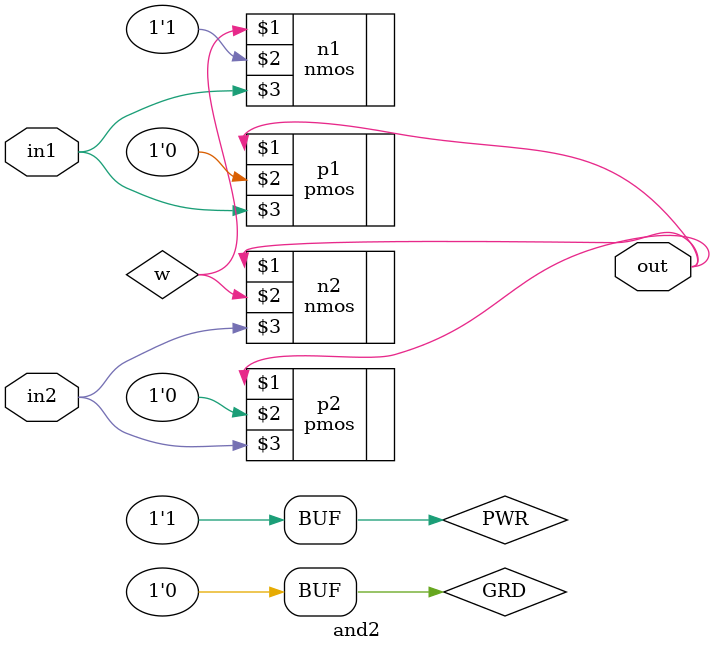
<source format=sv>
module and2(output out, input in1, in2);
    wire w;
    supply0 GRD;
    supply1 PWR;

    nmos n1(w, PWR, in1);
    nmos n2(out, w, in2);
    
    pmos p1(out, GRD, in1);
    pmos p2(out, GRD, in2);
endmodule

</source>
